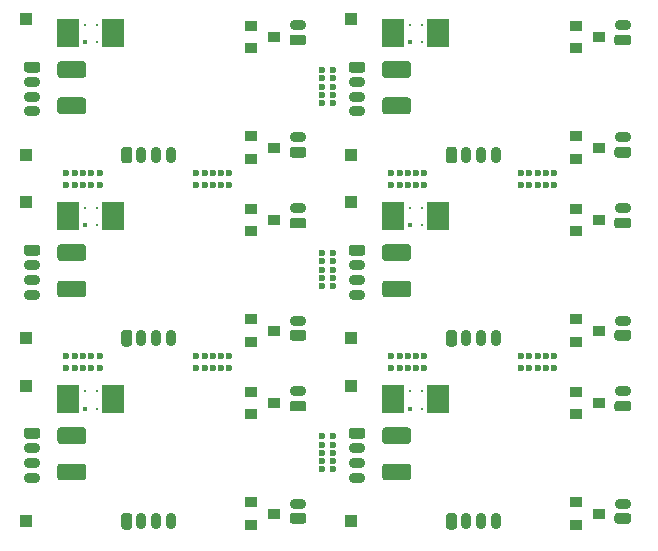
<source format=gbr>
%TF.GenerationSoftware,KiCad,Pcbnew,(5.1.6)-1*%
%TF.CreationDate,2021-08-29T21:48:12-05:00*%
%TF.ProjectId,MicroBrushedESC,4d696372-6f42-4727-9573-686564455343,rev?*%
%TF.SameCoordinates,Original*%
%TF.FileFunction,Soldermask,Bot*%
%TF.FilePolarity,Negative*%
%FSLAX46Y46*%
G04 Gerber Fmt 4.6, Leading zero omitted, Abs format (unit mm)*
G04 Created by KiCad (PCBNEW (5.1.6)-1) date 2021-08-29 21:48:12*
%MOMM*%
%LPD*%
G01*
G04 APERTURE LIST*
%ADD10C,0.600000*%
%ADD11C,0.300020*%
%ADD12C,0.400000*%
%ADD13R,1.954500X2.386000*%
%ADD14O,1.400000X0.900000*%
%ADD15R,1.100000X1.100000*%
%ADD16O,0.900000X1.400000*%
%ADD17R,1.000000X0.900000*%
G04 APERTURE END LIST*
D10*
%TO.C,REF\u002A\u002A*%
X168200000Y-77000000D03*
X167500000Y-77000000D03*
X166800000Y-77000000D03*
X166100000Y-77000000D03*
X165400000Y-77000000D03*
%TD*%
%TO.C,REF\u002A\u002A*%
X140700000Y-77000000D03*
X140000000Y-77000000D03*
X139300000Y-77000000D03*
X138600000Y-77000000D03*
X137900000Y-77000000D03*
%TD*%
%TO.C,REF\u002A\u002A*%
X168200000Y-61500000D03*
X167500000Y-61500000D03*
X166800000Y-61500000D03*
X166100000Y-61500000D03*
X165400000Y-61500000D03*
%TD*%
%TO.C,REF\u002A\u002A*%
X157200000Y-78000000D03*
X156500000Y-78000000D03*
X155800000Y-78000000D03*
X155100000Y-78000000D03*
X154400000Y-78000000D03*
%TD*%
%TO.C,REF\u002A\u002A*%
X129700000Y-78000000D03*
X129000000Y-78000000D03*
X128300000Y-78000000D03*
X127600000Y-78000000D03*
X126900000Y-78000000D03*
%TD*%
%TO.C,REF\u002A\u002A*%
X157200000Y-62500000D03*
X156500000Y-62500000D03*
X155800000Y-62500000D03*
X155100000Y-62500000D03*
X154400000Y-62500000D03*
%TD*%
%TO.C,REF\u002A\u002A*%
X148500000Y-83800000D03*
X148500000Y-84500000D03*
X148500000Y-85200000D03*
X148500000Y-85900000D03*
X148500000Y-86600000D03*
%TD*%
%TO.C,REF\u002A\u002A*%
X148500000Y-68300000D03*
X148500000Y-69000000D03*
X148500000Y-69700000D03*
X148500000Y-70400000D03*
X148500000Y-71100000D03*
%TD*%
%TO.C,REF\u002A\u002A*%
X149500000Y-86600000D03*
X149500000Y-85900000D03*
X149500000Y-85200000D03*
X149500000Y-84500000D03*
X149500000Y-83800000D03*
%TD*%
%TO.C,REF\u002A\u002A*%
X149500000Y-71100000D03*
X149500000Y-70400000D03*
X149500000Y-69700000D03*
X149500000Y-69000000D03*
X149500000Y-68300000D03*
%TD*%
%TO.C,REF\u002A\u002A*%
X165400000Y-78000000D03*
X166100000Y-78000000D03*
X166800000Y-78000000D03*
X167500000Y-78000000D03*
X168200000Y-78000000D03*
%TD*%
%TO.C,REF\u002A\u002A*%
X137900000Y-78000000D03*
X138600000Y-78000000D03*
X139300000Y-78000000D03*
X140000000Y-78000000D03*
X140700000Y-78000000D03*
%TD*%
%TO.C,REF\u002A\u002A*%
X165400000Y-62500000D03*
X166100000Y-62500000D03*
X166800000Y-62500000D03*
X167500000Y-62500000D03*
X168200000Y-62500000D03*
%TD*%
%TO.C,REF\u002A\u002A*%
X154400000Y-77000000D03*
X155100000Y-77000000D03*
X155800000Y-77000000D03*
X156500000Y-77000000D03*
X157200000Y-77000000D03*
%TD*%
%TO.C,REF\u002A\u002A*%
X126900000Y-77000000D03*
X127600000Y-77000000D03*
X128300000Y-77000000D03*
X129000000Y-77000000D03*
X129700000Y-77000000D03*
%TD*%
%TO.C,REF\u002A\u002A*%
X154400000Y-61500000D03*
X155100000Y-61500000D03*
X155800000Y-61500000D03*
X156500000Y-61500000D03*
X157200000Y-61500000D03*
%TD*%
D11*
%TO.C,U2*%
X155960000Y-79950000D03*
X156960000Y-81450000D03*
X156960000Y-79950000D03*
D12*
X155960000Y-81450000D03*
%TD*%
D11*
%TO.C,U2*%
X128460000Y-79950000D03*
X129460000Y-81450000D03*
X129460000Y-79950000D03*
D12*
X128460000Y-81450000D03*
%TD*%
D11*
%TO.C,U2*%
X155960000Y-64450000D03*
X156960000Y-65950000D03*
X156960000Y-64450000D03*
D12*
X155960000Y-65950000D03*
%TD*%
D11*
%TO.C,U2*%
X128460000Y-64450000D03*
X129460000Y-65950000D03*
X129460000Y-64450000D03*
D12*
X128460000Y-65950000D03*
%TD*%
D11*
%TO.C,U2*%
X155960000Y-48950000D03*
X156960000Y-50450000D03*
X156960000Y-48950000D03*
D12*
X155960000Y-50450000D03*
%TD*%
D13*
%TO.C,L1*%
X158350000Y-80650000D03*
X154565500Y-80650000D03*
%TD*%
%TO.C,L1*%
X130850000Y-80650000D03*
X127065500Y-80650000D03*
%TD*%
%TO.C,L1*%
X158350000Y-65150000D03*
X154565500Y-65150000D03*
%TD*%
%TO.C,L1*%
X130850000Y-65150000D03*
X127065500Y-65150000D03*
%TD*%
%TO.C,L1*%
X158350000Y-49650000D03*
X154565500Y-49650000D03*
%TD*%
%TO.C,C7*%
G36*
G01*
X155806133Y-87537500D02*
X153893867Y-87537500D01*
G75*
G02*
X153625000Y-87268633I0J268867D01*
G01*
X153625000Y-86381367D01*
G75*
G02*
X153893867Y-86112500I268867J0D01*
G01*
X155806133Y-86112500D01*
G75*
G02*
X156075000Y-86381367I0J-268867D01*
G01*
X156075000Y-87268633D01*
G75*
G02*
X155806133Y-87537500I-268867J0D01*
G01*
G37*
G36*
G01*
X155806133Y-84462500D02*
X153893867Y-84462500D01*
G75*
G02*
X153625000Y-84193633I0J268867D01*
G01*
X153625000Y-83306367D01*
G75*
G02*
X153893867Y-83037500I268867J0D01*
G01*
X155806133Y-83037500D01*
G75*
G02*
X156075000Y-83306367I0J-268867D01*
G01*
X156075000Y-84193633D01*
G75*
G02*
X155806133Y-84462500I-268867J0D01*
G01*
G37*
%TD*%
%TO.C,C7*%
G36*
G01*
X128306133Y-87537500D02*
X126393867Y-87537500D01*
G75*
G02*
X126125000Y-87268633I0J268867D01*
G01*
X126125000Y-86381367D01*
G75*
G02*
X126393867Y-86112500I268867J0D01*
G01*
X128306133Y-86112500D01*
G75*
G02*
X128575000Y-86381367I0J-268867D01*
G01*
X128575000Y-87268633D01*
G75*
G02*
X128306133Y-87537500I-268867J0D01*
G01*
G37*
G36*
G01*
X128306133Y-84462500D02*
X126393867Y-84462500D01*
G75*
G02*
X126125000Y-84193633I0J268867D01*
G01*
X126125000Y-83306367D01*
G75*
G02*
X126393867Y-83037500I268867J0D01*
G01*
X128306133Y-83037500D01*
G75*
G02*
X128575000Y-83306367I0J-268867D01*
G01*
X128575000Y-84193633D01*
G75*
G02*
X128306133Y-84462500I-268867J0D01*
G01*
G37*
%TD*%
%TO.C,C7*%
G36*
G01*
X155806133Y-72037500D02*
X153893867Y-72037500D01*
G75*
G02*
X153625000Y-71768633I0J268867D01*
G01*
X153625000Y-70881367D01*
G75*
G02*
X153893867Y-70612500I268867J0D01*
G01*
X155806133Y-70612500D01*
G75*
G02*
X156075000Y-70881367I0J-268867D01*
G01*
X156075000Y-71768633D01*
G75*
G02*
X155806133Y-72037500I-268867J0D01*
G01*
G37*
G36*
G01*
X155806133Y-68962500D02*
X153893867Y-68962500D01*
G75*
G02*
X153625000Y-68693633I0J268867D01*
G01*
X153625000Y-67806367D01*
G75*
G02*
X153893867Y-67537500I268867J0D01*
G01*
X155806133Y-67537500D01*
G75*
G02*
X156075000Y-67806367I0J-268867D01*
G01*
X156075000Y-68693633D01*
G75*
G02*
X155806133Y-68962500I-268867J0D01*
G01*
G37*
%TD*%
%TO.C,C7*%
G36*
G01*
X128306133Y-72037500D02*
X126393867Y-72037500D01*
G75*
G02*
X126125000Y-71768633I0J268867D01*
G01*
X126125000Y-70881367D01*
G75*
G02*
X126393867Y-70612500I268867J0D01*
G01*
X128306133Y-70612500D01*
G75*
G02*
X128575000Y-70881367I0J-268867D01*
G01*
X128575000Y-71768633D01*
G75*
G02*
X128306133Y-72037500I-268867J0D01*
G01*
G37*
G36*
G01*
X128306133Y-68962500D02*
X126393867Y-68962500D01*
G75*
G02*
X126125000Y-68693633I0J268867D01*
G01*
X126125000Y-67806367D01*
G75*
G02*
X126393867Y-67537500I268867J0D01*
G01*
X128306133Y-67537500D01*
G75*
G02*
X128575000Y-67806367I0J-268867D01*
G01*
X128575000Y-68693633D01*
G75*
G02*
X128306133Y-68962500I-268867J0D01*
G01*
G37*
%TD*%
%TO.C,C7*%
G36*
G01*
X155806133Y-56537500D02*
X153893867Y-56537500D01*
G75*
G02*
X153625000Y-56268633I0J268867D01*
G01*
X153625000Y-55381367D01*
G75*
G02*
X153893867Y-55112500I268867J0D01*
G01*
X155806133Y-55112500D01*
G75*
G02*
X156075000Y-55381367I0J-268867D01*
G01*
X156075000Y-56268633D01*
G75*
G02*
X155806133Y-56537500I-268867J0D01*
G01*
G37*
G36*
G01*
X155806133Y-53462500D02*
X153893867Y-53462500D01*
G75*
G02*
X153625000Y-53193633I0J268867D01*
G01*
X153625000Y-52306367D01*
G75*
G02*
X153893867Y-52037500I268867J0D01*
G01*
X155806133Y-52037500D01*
G75*
G02*
X156075000Y-52306367I0J-268867D01*
G01*
X156075000Y-53193633D01*
G75*
G02*
X155806133Y-53462500I-268867J0D01*
G01*
G37*
%TD*%
%TO.C,J1*%
G36*
G01*
X174475000Y-91200000D02*
X173525000Y-91200000D01*
G75*
G02*
X173300000Y-90975000I0J225000D01*
G01*
X173300000Y-90525000D01*
G75*
G02*
X173525000Y-90300000I225000J0D01*
G01*
X174475000Y-90300000D01*
G75*
G02*
X174700000Y-90525000I0J-225000D01*
G01*
X174700000Y-90975000D01*
G75*
G02*
X174475000Y-91200000I-225000J0D01*
G01*
G37*
D14*
X174000000Y-89500000D03*
%TD*%
%TO.C,J1*%
G36*
G01*
X146975000Y-91200000D02*
X146025000Y-91200000D01*
G75*
G02*
X145800000Y-90975000I0J225000D01*
G01*
X145800000Y-90525000D01*
G75*
G02*
X146025000Y-90300000I225000J0D01*
G01*
X146975000Y-90300000D01*
G75*
G02*
X147200000Y-90525000I0J-225000D01*
G01*
X147200000Y-90975000D01*
G75*
G02*
X146975000Y-91200000I-225000J0D01*
G01*
G37*
X146500000Y-89500000D03*
%TD*%
%TO.C,J1*%
G36*
G01*
X174475000Y-75700000D02*
X173525000Y-75700000D01*
G75*
G02*
X173300000Y-75475000I0J225000D01*
G01*
X173300000Y-75025000D01*
G75*
G02*
X173525000Y-74800000I225000J0D01*
G01*
X174475000Y-74800000D01*
G75*
G02*
X174700000Y-75025000I0J-225000D01*
G01*
X174700000Y-75475000D01*
G75*
G02*
X174475000Y-75700000I-225000J0D01*
G01*
G37*
X174000000Y-74000000D03*
%TD*%
%TO.C,J1*%
G36*
G01*
X146975000Y-75700000D02*
X146025000Y-75700000D01*
G75*
G02*
X145800000Y-75475000I0J225000D01*
G01*
X145800000Y-75025000D01*
G75*
G02*
X146025000Y-74800000I225000J0D01*
G01*
X146975000Y-74800000D01*
G75*
G02*
X147200000Y-75025000I0J-225000D01*
G01*
X147200000Y-75475000D01*
G75*
G02*
X146975000Y-75700000I-225000J0D01*
G01*
G37*
X146500000Y-74000000D03*
%TD*%
%TO.C,J1*%
G36*
G01*
X174475000Y-60200000D02*
X173525000Y-60200000D01*
G75*
G02*
X173300000Y-59975000I0J225000D01*
G01*
X173300000Y-59525000D01*
G75*
G02*
X173525000Y-59300000I225000J0D01*
G01*
X174475000Y-59300000D01*
G75*
G02*
X174700000Y-59525000I0J-225000D01*
G01*
X174700000Y-59975000D01*
G75*
G02*
X174475000Y-60200000I-225000J0D01*
G01*
G37*
X174000000Y-58500000D03*
%TD*%
%TO.C,J2*%
G36*
G01*
X174475000Y-81700000D02*
X173525000Y-81700000D01*
G75*
G02*
X173300000Y-81475000I0J225000D01*
G01*
X173300000Y-81025000D01*
G75*
G02*
X173525000Y-80800000I225000J0D01*
G01*
X174475000Y-80800000D01*
G75*
G02*
X174700000Y-81025000I0J-225000D01*
G01*
X174700000Y-81475000D01*
G75*
G02*
X174475000Y-81700000I-225000J0D01*
G01*
G37*
X174000000Y-80000000D03*
%TD*%
%TO.C,J2*%
G36*
G01*
X146975000Y-81700000D02*
X146025000Y-81700000D01*
G75*
G02*
X145800000Y-81475000I0J225000D01*
G01*
X145800000Y-81025000D01*
G75*
G02*
X146025000Y-80800000I225000J0D01*
G01*
X146975000Y-80800000D01*
G75*
G02*
X147200000Y-81025000I0J-225000D01*
G01*
X147200000Y-81475000D01*
G75*
G02*
X146975000Y-81700000I-225000J0D01*
G01*
G37*
X146500000Y-80000000D03*
%TD*%
%TO.C,J2*%
G36*
G01*
X174475000Y-66200000D02*
X173525000Y-66200000D01*
G75*
G02*
X173300000Y-65975000I0J225000D01*
G01*
X173300000Y-65525000D01*
G75*
G02*
X173525000Y-65300000I225000J0D01*
G01*
X174475000Y-65300000D01*
G75*
G02*
X174700000Y-65525000I0J-225000D01*
G01*
X174700000Y-65975000D01*
G75*
G02*
X174475000Y-66200000I-225000J0D01*
G01*
G37*
X174000000Y-64500000D03*
%TD*%
%TO.C,J2*%
G36*
G01*
X146975000Y-66200000D02*
X146025000Y-66200000D01*
G75*
G02*
X145800000Y-65975000I0J225000D01*
G01*
X145800000Y-65525000D01*
G75*
G02*
X146025000Y-65300000I225000J0D01*
G01*
X146975000Y-65300000D01*
G75*
G02*
X147200000Y-65525000I0J-225000D01*
G01*
X147200000Y-65975000D01*
G75*
G02*
X146975000Y-66200000I-225000J0D01*
G01*
G37*
X146500000Y-64500000D03*
%TD*%
%TO.C,J2*%
G36*
G01*
X174475000Y-50700000D02*
X173525000Y-50700000D01*
G75*
G02*
X173300000Y-50475000I0J225000D01*
G01*
X173300000Y-50025000D01*
G75*
G02*
X173525000Y-49800000I225000J0D01*
G01*
X174475000Y-49800000D01*
G75*
G02*
X174700000Y-50025000I0J-225000D01*
G01*
X174700000Y-50475000D01*
G75*
G02*
X174475000Y-50700000I-225000J0D01*
G01*
G37*
X174000000Y-49000000D03*
%TD*%
D15*
%TO.C,J4*%
X151000000Y-91000000D03*
%TD*%
%TO.C,J4*%
X123500000Y-91000000D03*
%TD*%
%TO.C,J4*%
X151000000Y-75500000D03*
%TD*%
%TO.C,J4*%
X123500000Y-75500000D03*
%TD*%
%TO.C,J4*%
X151000000Y-60000000D03*
%TD*%
%TO.C,J5*%
G36*
G01*
X159050000Y-91475000D02*
X159050000Y-90525000D01*
G75*
G02*
X159275000Y-90300000I225000J0D01*
G01*
X159725000Y-90300000D01*
G75*
G02*
X159950000Y-90525000I0J-225000D01*
G01*
X159950000Y-91475000D01*
G75*
G02*
X159725000Y-91700000I-225000J0D01*
G01*
X159275000Y-91700000D01*
G75*
G02*
X159050000Y-91475000I0J225000D01*
G01*
G37*
D16*
X160750000Y-91000000D03*
X162000000Y-91000000D03*
X163250000Y-91000000D03*
%TD*%
%TO.C,J5*%
G36*
G01*
X131550000Y-91475000D02*
X131550000Y-90525000D01*
G75*
G02*
X131775000Y-90300000I225000J0D01*
G01*
X132225000Y-90300000D01*
G75*
G02*
X132450000Y-90525000I0J-225000D01*
G01*
X132450000Y-91475000D01*
G75*
G02*
X132225000Y-91700000I-225000J0D01*
G01*
X131775000Y-91700000D01*
G75*
G02*
X131550000Y-91475000I0J225000D01*
G01*
G37*
X133250000Y-91000000D03*
X134500000Y-91000000D03*
X135750000Y-91000000D03*
%TD*%
%TO.C,J5*%
G36*
G01*
X159050000Y-75975000D02*
X159050000Y-75025000D01*
G75*
G02*
X159275000Y-74800000I225000J0D01*
G01*
X159725000Y-74800000D01*
G75*
G02*
X159950000Y-75025000I0J-225000D01*
G01*
X159950000Y-75975000D01*
G75*
G02*
X159725000Y-76200000I-225000J0D01*
G01*
X159275000Y-76200000D01*
G75*
G02*
X159050000Y-75975000I0J225000D01*
G01*
G37*
X160750000Y-75500000D03*
X162000000Y-75500000D03*
X163250000Y-75500000D03*
%TD*%
%TO.C,J5*%
G36*
G01*
X131550000Y-75975000D02*
X131550000Y-75025000D01*
G75*
G02*
X131775000Y-74800000I225000J0D01*
G01*
X132225000Y-74800000D01*
G75*
G02*
X132450000Y-75025000I0J-225000D01*
G01*
X132450000Y-75975000D01*
G75*
G02*
X132225000Y-76200000I-225000J0D01*
G01*
X131775000Y-76200000D01*
G75*
G02*
X131550000Y-75975000I0J225000D01*
G01*
G37*
X133250000Y-75500000D03*
X134500000Y-75500000D03*
X135750000Y-75500000D03*
%TD*%
%TO.C,J5*%
G36*
G01*
X159050000Y-60475000D02*
X159050000Y-59525000D01*
G75*
G02*
X159275000Y-59300000I225000J0D01*
G01*
X159725000Y-59300000D01*
G75*
G02*
X159950000Y-59525000I0J-225000D01*
G01*
X159950000Y-60475000D01*
G75*
G02*
X159725000Y-60700000I-225000J0D01*
G01*
X159275000Y-60700000D01*
G75*
G02*
X159050000Y-60475000I0J225000D01*
G01*
G37*
X160750000Y-60000000D03*
X162000000Y-60000000D03*
X163250000Y-60000000D03*
%TD*%
D17*
%TO.C,Q2*%
X170000000Y-81950000D03*
X170000000Y-80050000D03*
X172000000Y-81000000D03*
%TD*%
%TO.C,Q2*%
X142500000Y-81950000D03*
X142500000Y-80050000D03*
X144500000Y-81000000D03*
%TD*%
%TO.C,Q2*%
X170000000Y-66450000D03*
X170000000Y-64550000D03*
X172000000Y-65500000D03*
%TD*%
%TO.C,Q2*%
X142500000Y-66450000D03*
X142500000Y-64550000D03*
X144500000Y-65500000D03*
%TD*%
%TO.C,Q2*%
X170000000Y-50950000D03*
X170000000Y-49050000D03*
X172000000Y-50000000D03*
%TD*%
%TO.C,Q1*%
X170000000Y-91300000D03*
X170000000Y-89400000D03*
X172000000Y-90350000D03*
%TD*%
%TO.C,Q1*%
X142500000Y-91300000D03*
X142500000Y-89400000D03*
X144500000Y-90350000D03*
%TD*%
%TO.C,Q1*%
X170000000Y-75800000D03*
X170000000Y-73900000D03*
X172000000Y-74850000D03*
%TD*%
%TO.C,Q1*%
X142500000Y-75800000D03*
X142500000Y-73900000D03*
X144500000Y-74850000D03*
%TD*%
%TO.C,Q1*%
X170000000Y-60300000D03*
X170000000Y-58400000D03*
X172000000Y-59350000D03*
%TD*%
%TO.C,J3*%
G36*
G01*
X151025000Y-83100000D02*
X151975000Y-83100000D01*
G75*
G02*
X152200000Y-83325000I0J-225000D01*
G01*
X152200000Y-83775000D01*
G75*
G02*
X151975000Y-84000000I-225000J0D01*
G01*
X151025000Y-84000000D01*
G75*
G02*
X150800000Y-83775000I0J225000D01*
G01*
X150800000Y-83325000D01*
G75*
G02*
X151025000Y-83100000I225000J0D01*
G01*
G37*
D14*
X151500000Y-84800000D03*
X151500000Y-86050000D03*
X151500000Y-87300000D03*
%TD*%
%TO.C,J3*%
G36*
G01*
X123525000Y-83100000D02*
X124475000Y-83100000D01*
G75*
G02*
X124700000Y-83325000I0J-225000D01*
G01*
X124700000Y-83775000D01*
G75*
G02*
X124475000Y-84000000I-225000J0D01*
G01*
X123525000Y-84000000D01*
G75*
G02*
X123300000Y-83775000I0J225000D01*
G01*
X123300000Y-83325000D01*
G75*
G02*
X123525000Y-83100000I225000J0D01*
G01*
G37*
X124000000Y-84800000D03*
X124000000Y-86050000D03*
X124000000Y-87300000D03*
%TD*%
%TO.C,J3*%
G36*
G01*
X151025000Y-67600000D02*
X151975000Y-67600000D01*
G75*
G02*
X152200000Y-67825000I0J-225000D01*
G01*
X152200000Y-68275000D01*
G75*
G02*
X151975000Y-68500000I-225000J0D01*
G01*
X151025000Y-68500000D01*
G75*
G02*
X150800000Y-68275000I0J225000D01*
G01*
X150800000Y-67825000D01*
G75*
G02*
X151025000Y-67600000I225000J0D01*
G01*
G37*
X151500000Y-69300000D03*
X151500000Y-70550000D03*
X151500000Y-71800000D03*
%TD*%
%TO.C,J3*%
G36*
G01*
X123525000Y-67600000D02*
X124475000Y-67600000D01*
G75*
G02*
X124700000Y-67825000I0J-225000D01*
G01*
X124700000Y-68275000D01*
G75*
G02*
X124475000Y-68500000I-225000J0D01*
G01*
X123525000Y-68500000D01*
G75*
G02*
X123300000Y-68275000I0J225000D01*
G01*
X123300000Y-67825000D01*
G75*
G02*
X123525000Y-67600000I225000J0D01*
G01*
G37*
X124000000Y-69300000D03*
X124000000Y-70550000D03*
X124000000Y-71800000D03*
%TD*%
%TO.C,J3*%
G36*
G01*
X151025000Y-52100000D02*
X151975000Y-52100000D01*
G75*
G02*
X152200000Y-52325000I0J-225000D01*
G01*
X152200000Y-52775000D01*
G75*
G02*
X151975000Y-53000000I-225000J0D01*
G01*
X151025000Y-53000000D01*
G75*
G02*
X150800000Y-52775000I0J225000D01*
G01*
X150800000Y-52325000D01*
G75*
G02*
X151025000Y-52100000I225000J0D01*
G01*
G37*
X151500000Y-53800000D03*
X151500000Y-55050000D03*
X151500000Y-56300000D03*
%TD*%
D15*
%TO.C,J6*%
X151000000Y-79500000D03*
%TD*%
%TO.C,J6*%
X123500000Y-79500000D03*
%TD*%
%TO.C,J6*%
X151000000Y-64000000D03*
%TD*%
%TO.C,J6*%
X123500000Y-64000000D03*
%TD*%
%TO.C,J6*%
X151000000Y-48500000D03*
%TD*%
D10*
%TO.C,REF\u002A\u002A*%
X140700000Y-62500000D03*
X140000000Y-62500000D03*
X139300000Y-62500000D03*
X138600000Y-62500000D03*
X137900000Y-62500000D03*
%TD*%
%TO.C,REF\u002A\u002A*%
X126900000Y-62500000D03*
X127600000Y-62500000D03*
X128300000Y-62500000D03*
X129000000Y-62500000D03*
X129700000Y-62500000D03*
%TD*%
%TO.C,REF\u002A\u002A*%
X149500000Y-52800000D03*
X149500000Y-53500000D03*
X149500000Y-54200000D03*
X149500000Y-54900000D03*
X149500000Y-55600000D03*
%TD*%
%TO.C,REF\u002A\u002A*%
X148500000Y-55600000D03*
X148500000Y-54900000D03*
X148500000Y-54200000D03*
X148500000Y-53500000D03*
X148500000Y-52800000D03*
%TD*%
%TO.C,REF\u002A\u002A*%
X137900000Y-61500000D03*
X138600000Y-61500000D03*
X139300000Y-61500000D03*
X140000000Y-61500000D03*
X140700000Y-61500000D03*
%TD*%
%TO.C,REF\u002A\u002A*%
X129700000Y-61500000D03*
X129000000Y-61500000D03*
X128300000Y-61500000D03*
X127600000Y-61500000D03*
X126900000Y-61500000D03*
%TD*%
D12*
%TO.C,U2*%
X128460000Y-50450000D03*
D11*
X129460000Y-48950000D03*
X129460000Y-50450000D03*
X128460000Y-48950000D03*
%TD*%
D13*
%TO.C,L1*%
X127065500Y-49650000D03*
X130850000Y-49650000D03*
%TD*%
D17*
%TO.C,Q2*%
X144500000Y-50000000D03*
X142500000Y-49050000D03*
X142500000Y-50950000D03*
%TD*%
%TO.C,Q1*%
X144500000Y-59350000D03*
X142500000Y-58400000D03*
X142500000Y-60300000D03*
%TD*%
D15*
%TO.C,J6*%
X123500000Y-48500000D03*
%TD*%
D16*
%TO.C,J5*%
X135750000Y-60000000D03*
X134500000Y-60000000D03*
X133250000Y-60000000D03*
G36*
G01*
X131550000Y-60475000D02*
X131550000Y-59525000D01*
G75*
G02*
X131775000Y-59300000I225000J0D01*
G01*
X132225000Y-59300000D01*
G75*
G02*
X132450000Y-59525000I0J-225000D01*
G01*
X132450000Y-60475000D01*
G75*
G02*
X132225000Y-60700000I-225000J0D01*
G01*
X131775000Y-60700000D01*
G75*
G02*
X131550000Y-60475000I0J225000D01*
G01*
G37*
%TD*%
D15*
%TO.C,J4*%
X123500000Y-60000000D03*
%TD*%
D14*
%TO.C,J3*%
X124000000Y-56300000D03*
X124000000Y-55050000D03*
X124000000Y-53800000D03*
G36*
G01*
X123525000Y-52100000D02*
X124475000Y-52100000D01*
G75*
G02*
X124700000Y-52325000I0J-225000D01*
G01*
X124700000Y-52775000D01*
G75*
G02*
X124475000Y-53000000I-225000J0D01*
G01*
X123525000Y-53000000D01*
G75*
G02*
X123300000Y-52775000I0J225000D01*
G01*
X123300000Y-52325000D01*
G75*
G02*
X123525000Y-52100000I225000J0D01*
G01*
G37*
%TD*%
%TO.C,J2*%
X146500000Y-49000000D03*
G36*
G01*
X146975000Y-50700000D02*
X146025000Y-50700000D01*
G75*
G02*
X145800000Y-50475000I0J225000D01*
G01*
X145800000Y-50025000D01*
G75*
G02*
X146025000Y-49800000I225000J0D01*
G01*
X146975000Y-49800000D01*
G75*
G02*
X147200000Y-50025000I0J-225000D01*
G01*
X147200000Y-50475000D01*
G75*
G02*
X146975000Y-50700000I-225000J0D01*
G01*
G37*
%TD*%
%TO.C,J1*%
X146500000Y-58500000D03*
G36*
G01*
X146975000Y-60200000D02*
X146025000Y-60200000D01*
G75*
G02*
X145800000Y-59975000I0J225000D01*
G01*
X145800000Y-59525000D01*
G75*
G02*
X146025000Y-59300000I225000J0D01*
G01*
X146975000Y-59300000D01*
G75*
G02*
X147200000Y-59525000I0J-225000D01*
G01*
X147200000Y-59975000D01*
G75*
G02*
X146975000Y-60200000I-225000J0D01*
G01*
G37*
%TD*%
%TO.C,C7*%
G36*
G01*
X128306133Y-53462500D02*
X126393867Y-53462500D01*
G75*
G02*
X126125000Y-53193633I0J268867D01*
G01*
X126125000Y-52306367D01*
G75*
G02*
X126393867Y-52037500I268867J0D01*
G01*
X128306133Y-52037500D01*
G75*
G02*
X128575000Y-52306367I0J-268867D01*
G01*
X128575000Y-53193633D01*
G75*
G02*
X128306133Y-53462500I-268867J0D01*
G01*
G37*
G36*
G01*
X128306133Y-56537500D02*
X126393867Y-56537500D01*
G75*
G02*
X126125000Y-56268633I0J268867D01*
G01*
X126125000Y-55381367D01*
G75*
G02*
X126393867Y-55112500I268867J0D01*
G01*
X128306133Y-55112500D01*
G75*
G02*
X128575000Y-55381367I0J-268867D01*
G01*
X128575000Y-56268633D01*
G75*
G02*
X128306133Y-56537500I-268867J0D01*
G01*
G37*
%TD*%
M02*

</source>
